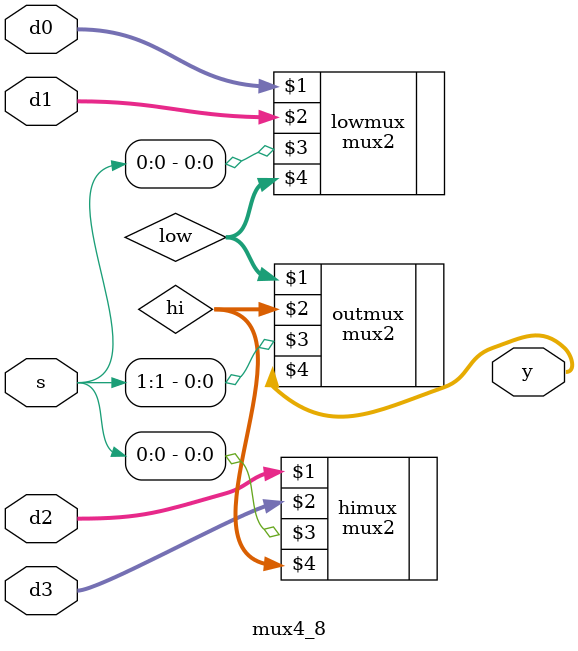
<source format=sv>
module mux4_8(input logic [7:0] d0, d1, d2, d3, input logic[1:0] s, output logic[7:0] y);

logic[7:0] low, hi;

mux2 lowmux(d0, d1, s[0], low);
mux2 himux(d2, d3, s[0], hi);
mux2 outmux(low, hi, s[1], y);

endmodule

</source>
